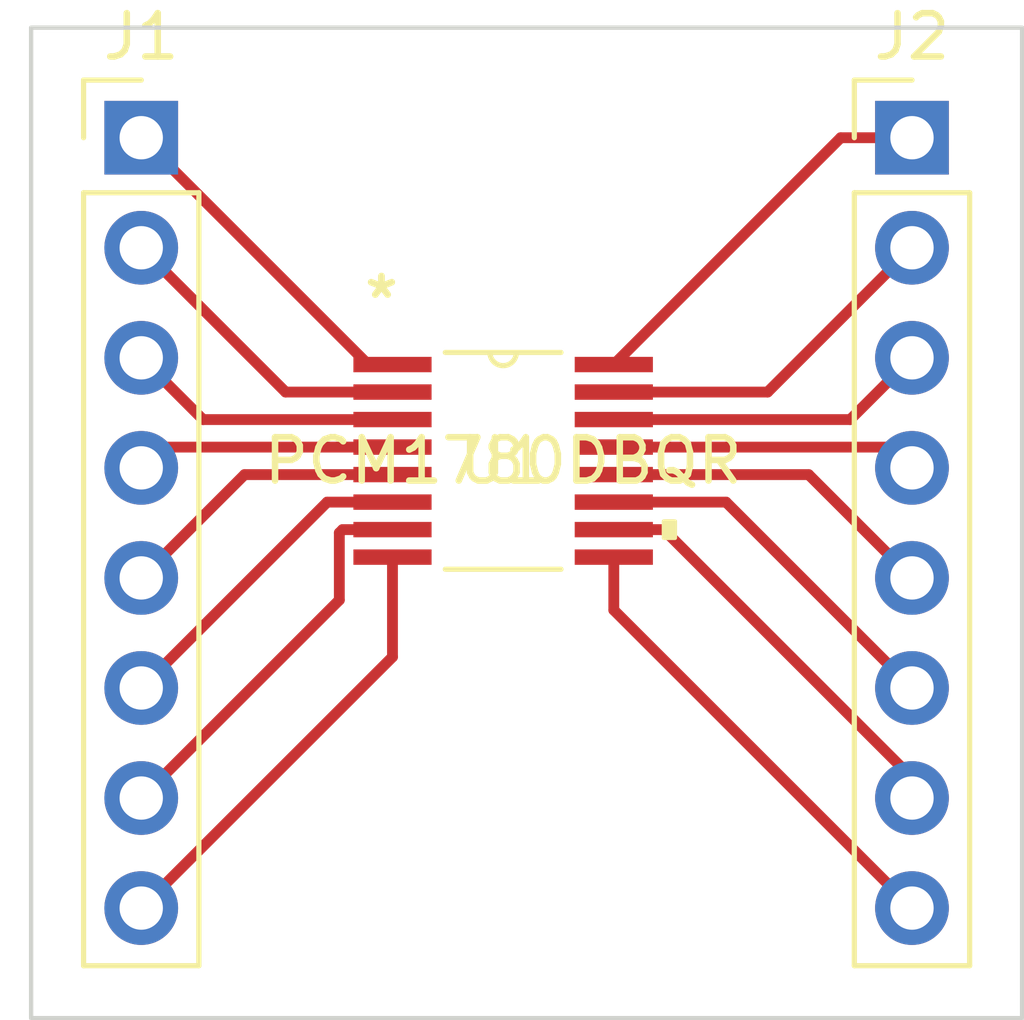
<source format=kicad_pcb>
(kicad_pcb (version 20211014) (generator pcbnew)
  (layers (0 "F.Cu" signal) (31 "B.Cu" signal) (34 "B.Paste" user) (35 "F.Paste" user) (36 "B.SilkS" user "B.Silkscreen") (37 "F.SilkS" user "F.Silkscreen") (38 "B.Mask" user) (39 "F.Mask" user) (44 "Edge.Cuts" user))
  (net 0 "")
  (net 1 "Net-(J1-Pad1)")
  (net 2 "Net-(J1-Pad2)")
  (net 3 "Net-(J1-Pad3)")
  (net 4 "Net-(J1-Pad4)")
  (net 5 "Net-(J1-Pad5)")
  (net 6 "Net-(J1-Pad6)")
  (net 7 "Net-(J1-Pad7)")
  (net 8 "Net-(J1-Pad8)")
  (net 9 "Net-(J2-Pad1)")
  (net 10 "Net-(J2-Pad2)")
  (net 11 "Net-(J2-Pad3)")
  (net 12 "Net-(J2-Pad4)")
  (net 13 "Net-(J2-Pad5)")
  (net 14 "Net-(J2-Pad6)")
  (net 15 "Net-(J2-Pad7)")
  (net 16 "Net-(J2-Pad8)")
  (footprint "Connector_PinHeader_2.54mm:PinHeader_1x08_P2.54mm_Vertical" (layer "F.Cu") (at 154.94 71.12)
    (fp_text reference "J2" (at 0 -2.33) (layer "F.SilkS"))
    (fp_text value "Conn_01x08_Female")
    (fp_line (start -1.33 19.11) (end 1.33 19.11) (layer "F.SilkS") (width 0.12))
    (fp_line (start -1.33 1.27) (end 1.33 1.27) (layer "F.SilkS") (width 0.12))
    (fp_line (start 1.33 1.27) (end 1.33 19.11) (layer "F.SilkS") (width 0.12))
    (fp_line (start -1.33 1.27) (end -1.33 19.11) (layer "F.SilkS") (width 0.12))
    (fp_line (start -1.33 0) (end -1.33 -1.33) (layer "F.SilkS") (width 0.12))
    (fp_line (start -1.33 -1.33) (end 0 -1.33) (layer "F.SilkS") (width 0.12))
    (pad "1" thru_hole rect (at 0 0) (size 1.7 1.7) (drill 1) (layers *.Cu *.Mask) (net 9 "Net-(J2-Pad1)"))
    (pad "2" thru_hole oval (at 0 2.54) (size 1.7 1.7) (drill 1) (layers *.Cu *.Mask) (net 10 "Net-(J2-Pad2)"))
    (pad "3" thru_hole oval (at 0 5.08) (size 1.7 1.7) (drill 1) (layers *.Cu *.Mask) (net 11 "Net-(J2-Pad3)"))
    (pad "4" thru_hole oval (at 0 7.62) (size 1.7 1.7) (drill 1) (layers *.Cu *.Mask) (net 12 "Net-(J2-Pad4)"))
    (pad "5" thru_hole oval (at 0 10.16) (size 1.7 1.7) (drill 1) (layers *.Cu *.Mask) (net 13 "Net-(J2-Pad5)"))
    (pad "6" thru_hole oval (at 0 12.7) (size 1.7 1.7) (drill 1) (layers *.Cu *.Mask) (net 14 "Net-(J2-Pad6)"))
    (pad "7" thru_hole oval (at 0 15.24) (size 1.7 1.7) (drill 1) (layers *.Cu *.Mask) (net 15 "Net-(J2-Pad7)"))
    (pad "8" thru_hole oval (at 0 17.78) (size 1.7 1.7) (drill 1) (layers *.Cu *.Mask) (net 16 "Net-(J2-Pad8)"))
  )
  (footprint "Connector_PinHeader_2.54mm:PinHeader_1x08_P2.54mm_Vertical" (layer "F.Cu") (at 137.16 71.12)
    (fp_text reference "J1" (at 0 -2.33) (layer "F.SilkS"))
    (fp_text value "Conn_01x08_Female")
    (fp_line (start -1.33 19.11) (end 1.33 19.11) (layer "F.SilkS") (width 0.12))
    (fp_line (start 1.33 1.27) (end 1.33 19.11) (layer "F.SilkS") (width 0.12))
    (fp_line (start -1.33 0) (end -1.33 -1.33) (layer "F.SilkS") (width 0.12))
    (fp_line (start -1.33 1.27) (end -1.33 19.11) (layer "F.SilkS") (width 0.12))
    (fp_line (start -1.33 -1.33) (end 0 -1.33) (layer "F.SilkS") (width 0.12))
    (fp_line (start -1.33 1.27) (end 1.33 1.27) (layer "F.SilkS") (width 0.12))
    (pad "1" thru_hole rect (at 0 0) (size 1.7 1.7) (drill 1) (layers *.Cu *.Mask) (net 1 "Net-(J1-Pad1)"))
    (pad "2" thru_hole oval (at 0 2.54) (size 1.7 1.7) (drill 1) (layers *.Cu *.Mask) (net 2 "Net-(J1-Pad2)"))
    (pad "3" thru_hole oval (at 0 5.08) (size 1.7 1.7) (drill 1) (layers *.Cu *.Mask) (net 3 "Net-(J1-Pad3)"))
    (pad "4" thru_hole oval (at 0 7.62) (size 1.7 1.7) (drill 1) (layers *.Cu *.Mask) (net 4 "Net-(J1-Pad4)"))
    (pad "5" thru_hole oval (at 0 10.16) (size 1.7 1.7) (drill 1) (layers *.Cu *.Mask) (net 5 "Net-(J1-Pad5)"))
    (pad "6" thru_hole oval (at 0 12.7) (size 1.7 1.7) (drill 1) (layers *.Cu *.Mask) (net 6 "Net-(J1-Pad6)"))
    (pad "7" thru_hole oval (at 0 15.24) (size 1.7 1.7) (drill 1) (layers *.Cu *.Mask) (net 7 "Net-(J1-Pad7)"))
    (pad "8" thru_hole oval (at 0 17.78) (size 1.7 1.7) (drill 1) (layers *.Cu *.Mask) (net 8 "Net-(J1-Pad8)"))
  )
  (footprint "PCM1780DBQR:PCM1780DBQR" (layer "F.Cu") (at 145.5087 78.5779)
    (fp_text reference "U1" (at 0 0) (layer "F.SilkS"))
    (fp_text value "PCM1780DBQR" (at 0 0) (layer "F.SilkS"))
    (fp_text user "*" (at -2.8067 -3.7211) (layer "F.SilkS"))
    (fp_text user "*" (at -2.8067 -3.7211) (layer "F.SilkS"))
    (fp_line (start 1.334151 -2.5019) (end -1.334151 -2.5019) (layer "F.SilkS") (width 0.12))
    (fp_line (start -1.334151 2.5019) (end 1.334151 2.5019) (layer "F.SilkS") (width 0.12))
    (fp_arc (start 0.3048 -2.5019) (mid 0 -2.1971) (end -0.3048 -2.5019) (layer "F.SilkS") (width 0.12))
    (fp_poly (pts (xy 3.9624 1.397) (xy 3.9624 1.778) (xy 3.7084 1.778) (xy 3.7084 1.397)) (layer "F.SilkS") (width 0.1) (fill solid))
    (pad "1" smd rect (at -2.5527 -2.2225) (size 1.8034 0.3556) (layers "F.Cu" "F.Paste" "F.Mask") (net 1 "Net-(J1-Pad1)"))
    (pad "2" smd rect (at -2.5527 -1.5875) (size 1.8034 0.3556) (layers "F.Cu" "F.Paste" "F.Mask") (net 2 "Net-(J1-Pad2)"))
    (pad "3" smd rect (at -2.5527 -0.9525) (size 1.8034 0.3556) (layers "F.Cu" "F.Paste" "F.Mask") (net 3 "Net-(J1-Pad3)"))
    (pad "4" smd rect (at -2.5527 -0.3175) (size 1.8034 0.3556) (layers "F.Cu" "F.Paste" "F.Mask") (net 4 "Net-(J1-Pad4)"))
    (pad "5" smd rect (at -2.5527 0.3175) (size 1.8034 0.3556) (layers "F.Cu" "F.Paste" "F.Mask") (net 5 "Net-(J1-Pad5)"))
    (pad "6" smd rect (at -2.5527 0.9525) (size 1.8034 0.3556) (layers "F.Cu" "F.Paste" "F.Mask") (net 6 "Net-(J1-Pad6)"))
    (pad "7" smd rect (at -2.5527 1.5875) (size 1.8034 0.3556) (layers "F.Cu" "F.Paste" "F.Mask") (net 7 "Net-(J1-Pad7)"))
    (pad "8" smd rect (at -2.5527 2.2225) (size 1.8034 0.3556) (layers "F.Cu" "F.Paste" "F.Mask") (net 8 "Net-(J1-Pad8)"))
    (pad "9" smd rect (at 2.5527 2.2225) (size 1.8034 0.3556) (layers "F.Cu" "F.Paste" "F.Mask") (net 16 "Net-(J2-Pad8)"))
    (pad "10" smd rect (at 2.5527 1.5875) (size 1.8034 0.3556) (layers "F.Cu" "F.Paste" "F.Mask") (net 15 "Net-(J2-Pad7)"))
    (pad "11" smd rect (at 2.5527 0.9525) (size 1.8034 0.3556) (layers "F.Cu" "F.Paste" "F.Mask") (net 14 "Net-(J2-Pad6)"))
    (pad "12" smd rect (at 2.5527 0.3175) (size 1.8034 0.3556) (layers "F.Cu" "F.Paste" "F.Mask") (net 13 "Net-(J2-Pad5)"))
    (pad "13" smd rect (at 2.5527 -0.3175) (size 1.8034 0.3556) (layers "F.Cu" "F.Paste" "F.Mask") (net 12 "Net-(J2-Pad4)"))
    (pad "14" smd rect (at 2.5527 -0.9525) (size 1.8034 0.3556) (layers "F.Cu" "F.Paste" "F.Mask") (net 11 "Net-(J2-Pad3)"))
    (pad "15" smd rect (at 2.5527 -1.5875) (size 1.8034 0.3556) (layers "F.Cu" "F.Paste" "F.Mask") (net 10 "Net-(J2-Pad2)"))
    (pad "16" smd rect (at 2.5527 -2.2225) (size 1.8034 0.3556) (layers "F.Cu" "F.Paste" "F.Mask") (net 9 "Net-(J2-Pad1)"))
  )
  (gr_rect (start 134.62 68.58) (end 157.48 91.44) (layer "Edge.Cuts") (width 0.1) (fill none))
  (segment (start 142.3954 76.3554) (end 142.956 76.3554) (width 0.25) (layer "F.Cu") (net 1))
  (segment (start 137.16 71.12) (end 142.3954 76.3554) (width 0.25) (layer "F.Cu") (net 1))
  (segment (start 140.4904 76.9904) (end 142.956 76.9904) (width 0.25) (layer "F.Cu") (net 2))
  (segment (start 137.16 73.66) (end 140.4904 76.9904) (width 0.25) (layer "F.Cu") (net 2))
  (segment (start 138.5854 77.6254) (end 142.956 77.6254) (width 0.25) (layer "F.Cu") (net 3))
  (segment (start 137.16 76.2) (end 138.5854 77.6254) (width 0.25) (layer "F.Cu") (net 3))
  (segment (start 137.6396 78.2604) (end 142.956 78.2604) (width 0.25) (layer "F.Cu") (net 4))
  (segment (start 137.16 78.74) (end 137.6396 78.2604) (width 0.25) (layer "F.Cu") (net 4))
  (segment (start 137.16 81.28) (end 139.5446 78.8954) (width 0.25) (layer "F.Cu") (net 5))
  (segment (start 139.5446 78.8954) (end 142.956 78.8954) (width 0.25) (layer "F.Cu") (net 5))
  (segment (start 141.4496 79.5304) (end 142.956 79.5304) (width 0.25) (layer "F.Cu") (net 6))
  (segment (start 137.16 83.82) (end 141.4496 79.5304) (width 0.25) (layer "F.Cu") (net 6))
  (segment (start 141.729789 81.790211) (end 141.729789 80.239911) (width 0.25) (layer "F.Cu") (net 7))
  (segment (start 141.729789 80.239911) (end 141.8043 80.1654) (width 0.25) (layer "F.Cu") (net 7))
  (segment (start 141.8043 80.1654) (end 142.956 80.1654) (width 0.25) (layer "F.Cu") (net 7))
  (segment (start 137.16 86.36) (end 141.729789 81.790211) (width 0.25) (layer "F.Cu") (net 7))
  (segment (start 137.16 88.9) (end 142.956 83.104) (width 0.25) (layer "F.Cu") (net 8))
  (segment (start 142.956 83.104) (end 142.956 80.8004) (width 0.25) (layer "F.Cu") (net 8))
  (segment (start 153.2968 71.12) (end 148.0614 76.3554) (width 0.25) (layer "F.Cu") (net 9))
  (segment (start 154.94 71.12) (end 153.2968 71.12) (width 0.25) (layer "F.Cu") (net 9))
  (segment (start 151.6096 76.9904) (end 148.0614 76.9904) (width 0.25) (layer "F.Cu") (net 10))
  (segment (start 154.94 73.66) (end 151.6096 76.9904) (width 0.25) (layer "F.Cu") (net 10))
  (segment (start 153.5146 77.6254) (end 148.0614 77.6254) (width 0.25) (layer "F.Cu") (net 11))
  (segment (start 154.94 76.2) (end 153.5146 77.6254) (width 0.25) (layer "F.Cu") (net 11))
  (segment (start 154.4604 78.2604) (end 148.0614 78.2604) (width 0.25) (layer "F.Cu") (net 12))
  (segment (start 154.94 78.74) (end 154.4604 78.2604) (width 0.25) (layer "F.Cu") (net 12))
  (segment (start 154.94 81.28) (end 152.5554 78.8954) (width 0.25) (layer "F.Cu") (net 13))
  (segment (start 152.5554 78.8954) (end 148.0614 78.8954) (width 0.25) (layer "F.Cu") (net 13))
  (segment (start 154.94 83.82) (end 150.6504 79.5304) (width 0.25) (layer "F.Cu") (net 14))
  (segment (start 150.6504 79.5304) (end 148.0614 79.5304) (width 0.25) (layer "F.Cu") (net 14))
  (segment (start 154.94 85.8923) (end 149.2131 80.1654) (width 0.25) (layer "F.Cu") (net 15))
  (segment (start 149.2131 80.1654) (end 148.0614 80.1654) (width 0.25) (layer "F.Cu") (net 15))
  (segment (start 154.94 86.36) (end 154.94 85.8923) (width 0.25) (layer "F.Cu") (net 15))
  (segment (start 148.0614 82.0214) (end 148.0614 80.8004) (width 0.25) (layer "F.Cu") (net 16))
  (segment (start 154.94 88.9) (end 148.0614 82.0214) (width 0.25) (layer "F.Cu") (net 16))
)
</source>
